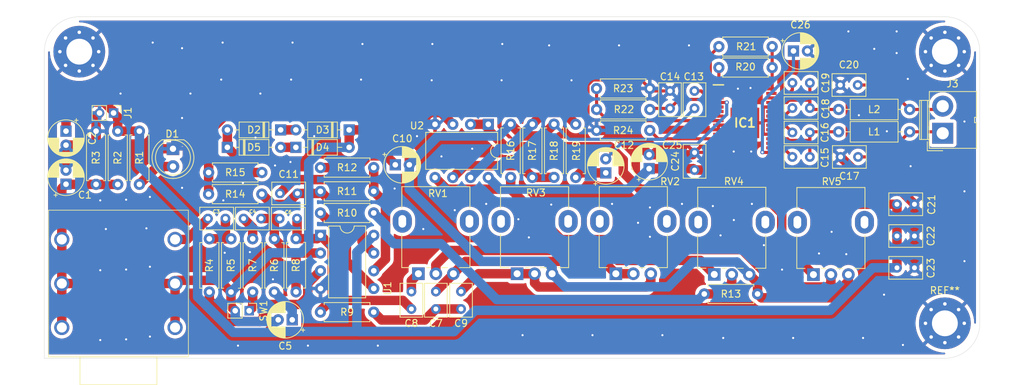
<source format=kicad_pcb>
(kicad_pcb (version 20240108) (generator "pcbnew") (generator_version "8.0")
  (layers (0 "F.Cu" signal) (31 "B.Cu" signal) (34 "B.Paste" user) (35 "F.Paste" user) (36 "B.SilkS" user "B.Silkscreen") (37 "F.SilkS" user "F.Silkscreen") (38 "B.Mask" user) (39 "F.Mask" user) (44 "Edge.Cuts" user))
  (net 0 "")
  (net 1 "GND")
  (net 2 "+4.5V")
  (net 3 "+9V")
  (net 4 "Net-(C3-Pad2)")
  (net 5 "Net-(C3-Pad1)")
  (net 6 "Net-(C4-Pad1)")
  (net 7 "Net-(U1A--)")
  (net 8 "Net-(C5-Pad1)")
  (net 9 "Net-(C6-Pad2)")
  (net 10 "Net-(C7-Pad1)")
  (net 11 "Net-(C7-Pad2)")
  (net 12 "Net-(C8-Pad2)")
  (net 13 "Net-(C9-Pad2)")
  (net 14 "Net-(C10-Pad1)")
  (net 15 "Net-(C11-Pad2)")
  (net 16 "Net-(U1B--)")
  (net 17 "Net-(IC1-RINP)")
  (net 18 "Net-(C12-Pad1)")
  (net 19 "Net-(IC1-RINN)")
  (net 20 "Net-(IC1-GVDD)")
  (net 21 "Net-(IC1-BSNL)")
  (net 22 "Net-(IC1-OUTNL)")
  (net 23 "Net-(IC1-BSPL)")
  (net 24 "Net-(J3-Pin_1)")
  (net 25 "Net-(IC1-OUTNR)")
  (net 26 "Net-(IC1-BSNR)")
  (net 27 "Net-(IC1-BSPR)")
  (net 28 "Net-(J3-Pin_2)")
  (net 29 "Net-(D1-A)")
  (net 30 "Net-(D2-A)")
  (net 31 "Net-(D2-K)")
  (net 32 "Net-(D4-K)")
  (net 33 "Net-(IC1-GAIN{slash}SLV)")
  (net 34 "Net-(IC1-PVCC_3)")
  (net 36 "Net-(IC1-MUTE)")
  (net 37 "Net-(IC1-MODSEL)")
  (net 38 "Net-(IC1-SDZ)")
  (net 40 "Net-(U1A-+)")
  (net 41 "Net-(SW1-A)")
  (net 42 "Net-(R10-Pad2)")
  (net 43 "Net-(U1B-+)")
  (net 44 "Net-(U2A-+)")
  (net 45 "Net-(U2B-+)")
  (net 46 "Net-(R17-Pad2)")
  (net 47 "Net-(U2B--)")
  (net 48 "Net-(RV1-Pad2)")
  (net 49 "Net-(U2A--)")
  (footprint "Potentiometer_THT:Potentiometer_Alpha_RD901F-40-00D_Single_Vertical" (layer "F.Cu") (at 178.105 112.49 90)
    (property "Reference" "RV4")
    (property "Value" "500kΩ")
  )
  (footprint "Resistor_THT:R_Axial_DIN0207_L6.3mm_D2.5mm_P7.62mm_Horizontal" (layer "F.Cu") (at 168.883 91.865 180)
    (property "Reference" "R24")
    (property "Value" "100kΩ")
  )
  (footprint "Resistor_THT:R_Axial_DIN0207_L6.3mm_D2.5mm_P7.62mm_Horizontal" (layer "F.Cu") (at 158.285 90.98 -90)
    (property "Reference" "R19")
    (property "Value" "220Ω")
  )
  (footprint "Resistor_THT:R_Axial_DIN0207_L6.3mm_D2.5mm_P7.62mm_Horizontal" (layer "F.Cu") (at 178.763 82.865)
    (property "Reference" "R20")
    (property "Value" "100kΩ")
  )
  (footprint "Resistor_THT:R_Axial_DIN0207_L6.3mm_D2.5mm_P7.62mm_Horizontal" (layer "F.Cu") (at 161.263 85.865)
    (property "Reference" "R23")
    (property "Value" "75kΩ")
  )
  (footprint "Capacitor_THT:C_Rect_L4.6mm_W3.0mm_P2.50mm_MKS02_FKP02" (layer "F.Cu") (at 138.285 117.44 90)
    (property "Reference" "C7")
    (property "Value" "220nF")
  )
  (footprint "Capacitor_THT:C_Rect_L4.6mm_W3.0mm_P2.50mm_MKS02_FKP02" (layer "F.Cu") (at 175.273 88.715 90)
    (property "Reference" "C13")
    (property "Value" "1µF")
  )
  (footprint "Capacitor_THT:CP_Radial_D5.0mm_P2.00mm" (layer "F.Cu") (at 189.429888 80.49)
    (property "Reference" "C26")
    (property "Value" "220µF")
  )
  (footprint "Resistor_THT:R_Axial_DIN0207_L6.3mm_D2.5mm_P7.62mm_Horizontal" (layer "F.Cu") (at 129.395 117.89 180)
    (property "Reference" "R9")
    (property "Value" "33kΩ")
  )
  (footprint "Resistor_THT:R_Axial_DIN0207_L6.3mm_D2.5mm_P7.62mm_Horizontal" (layer "F.Cu") (at 168.893 88.865 180)
    (property "Reference" "R22")
    (property "Value" "47kΩ")
  )
  (footprint "Capacitor_THT:CP_Radial_D5.0mm_P2.00mm" (layer "F.Cu") (at 117.740113 118.99 180)
    (property "Reference" "C5")
    (property "Value" "1µF")
  )
  (footprint "Capacitor_THT:C_Rect_L4.6mm_W3.0mm_P2.50mm_MKS02_FKP02" (layer "F.Cu") (at 204.235 102.44)
    (property "Reference" "C21")
    (property "Value" "1nF")
  )
  (footprint "Connector_PinHeader_2.00mm:PinHeader_1x02_P2.00mm_Vertical" (layer "F.Cu") (at 111.585 117.69 -90)
    (property "Reference" "SW1")
    (property "Value" "SW_SPST")
  )
  (footprint "Resistor_THT:R_Axial_DIN0207_L6.3mm_D2.5mm_P7.62mm_Horizontal" (layer "F.Cu") (at 176.675 115.29)
    (property "Reference" "R13")
    (property "Value" "1MΩ")
  )
  (footprint "MountingHole:MountingHole_3.7mm_Pad_Via" (layer "F.Cu") (at 211.085 119.49)
    (property "Reference" "REF**")
    (property "Value" "MountingHole_3.7mm_Pad_Via")
  )
  (footprint "Resistor_THT:R_Axial_DIN0207_L6.3mm_D2.5mm_P7.62mm_Horizontal" (layer "F.Cu") (at 121.775 103.69)
    (property "Reference" "R10")
    (property "Value" "1kΩ")
  )
  (footprint "Resistor_THT:R_Axial_DIN0207_L6.3mm_D2.5mm_P7.62mm_Horizontal" (layer "F.Cu") (at 89.685 99.59 90)
    (property "Reference" "R3")
    (property "Value" "1kΩ")
  )
  (footprint "footprints:PJ-644C" (layer "F.Cu") (at 100.9846 107.49 -90)
    (property "Reference" "J2" (hide yes))
    (property "Value" "SN49B14B" (hide yes))
  )
  (footprint "Connector_PinHeader_2.00mm:PinHeader_1x02_P2.00mm_Vertical" (layer "F.Cu") (at 92.185 89.37 -90)
    (property "Reference" "J1")
    (property "Value" "Conn_01x02_Pin")
  )
  (footprint "MountingHole:MountingHole_3.7mm_Pad_Via" (layer "F.Cu") (at 211.085 80.59)
    (property "Reference" "REF**" (hide yes))
    (property "Value" "MountingHole_3.7mm_Pad_Via")
  )
  (footprint "Potentiometer_THT:Potentiometer_Alpha_RD901F-40-00D_Single_Vertical" (layer "F.Cu") (at 135.785 112.39 90)
    (property "Reference" "RV1")
    (property "Value" "50kΩ")
  )
  (footprint "Capacitor_THT:C_Rect_L4.6mm_W3.0mm_P2.50mm_MKS02_FKP02" (layer "F.Cu") (at 115.935 104.49)
    (property "Reference" "C6")
    (property "Value" "120pF")
  )
  (footprint "Diode_THT:D_DO-35_SOD27_P7.62mm_Horizontal" (layer "F.Cu") (at 116.085 91.79 180)
    (property "Reference" "D2")
    (property "Value" "1N4148")
  )
  (footprint "Capacitor_THT:C_Rect_L4.6mm_W3.0mm_P2.50mm_MKS02_FKP02" (layer "F.Cu") (at 134.785 117.44 90)
    (property "Reference" "C8")
    (property "Value" "1nF")
  )
  (footprint "Resistor_THT:R_Axial_DIN0207_L6.3mm_D2.5mm_P7.62mm_Horizontal" (layer "F.Cu") (at 92.785 91.98 -90)
    (property "Reference" "R2")
    (property "Value" "1kΩ")
  )
  (footprint "Resistor_THT:R_Axial_DIN0207_L6.3mm_D2.5mm_P7.62mm_Horizontal" (layer "F.Cu") (at 95.885 91.97 -90)
    (property "Reference" "R1")
    (property "Value" "220Ω")
  )
  (footprint "Resistor_THT:R_Axial_DIN0207_L6.3mm_D2.5mm_P7.62mm_Horizontal" (layer "F.Cu") (at 105.785 97.89)
    (property "Reference" "R15")
    (property "Value" "220Ω")
  )
  (footprint "Resistor_THT:R_Axial_DIN0207_L6.3mm_D2.5mm_P7.62mm_Horizontal" (layer "F.Cu") (at 105.885 107.39 -90)
    (property "Reference" "R4")
    (property "Value" "1kΩ")
  )
  (footprint "Capacitor_THT:C_Rect_L4.6mm_W3.0mm_P2.50mm_MKS02_FKP02" (layer "F.Cu") (at 198.673 95.665 180)
    (property "Reference" "C17")
    (property "Value" "680nF")
  )
  (footprint "Potentiometer_THT:Potentiometer_Alpha_RD901F-40-00D_Single_Vertical" (layer "F.Cu") (at 149.905 112.39 90)
    (property "Reference" "RV3")
    (property "Value" "10kΩ")
  )
  (footprint "Potentiometer_THT:Potentiometer_Alpha_RD901F-40-00D_Single_Vertical" (layer "F.Cu") (at 192.285 112.515 90)
    (property "Reference" "RV5")
    (property "Value" "500kΩ")
  )
  (footprint "Diode_THT:D_DO-35_SOD27_P7.62mm_Horizontal" (layer "F.Cu") (at 108.465 94.29)
    (property "Reference" "D5")
    (property "Value" "1N4148")
  )
  (footprint "Capacitor_THT:C_Rect_L4.6mm_W3.0mm_P2.50mm_MKS02_FKP02" (layer "F.Cu") (at 191.773 85.065 180)
    (property "Reference" "C19")
    (property "Value" "220nF")
  )
  (footprint "Capacitor_THT:C_Rect_L4.6mm_W3.0mm_P2.50mm_MKS02_FKP02" (layer "F.Cu") (at 198.623 85.365 180)
    (property "Reference" "C20")
    (property "Value" "680nF")
  )
  (footprint "Resistor_THT:R_Axial_DIN0207_L6.3mm_D2.5mm_P7.62mm_Horizontal" (layer "F.Cu") (at 112.085 115.01 90)
    (property "Reference" "R7")
    (property "Value" "1kΩ")
  )
  (footprint "Capacitor_THT:C_Rect_L4.6mm_W3.0mm_P2.50mm_MKS02_FKP02" (layer "F.Cu") (at 141.885 117.44 90)
    (property "Reference" "C9")
    (property "Value" "100nF")
  )
  (footprint "Capacitor_THT:C_Rect_L4.6mm_W3.0mm_P2.50mm_MKS02_FKP02" (layer "F.Cu") (at 105.685 104.49)
    (property "Reference" "C3")
    (property "Value" "47nF")
  )
  (footprint "Capacitor_THT:C_Rect_L4.6mm_W3.0mm_P2.50mm_MKS02_FKP02" (layer "F.Cu") (at 191.773 95.665 180)
    (property "Reference" "C15")
    (property "Value" "220nF")
  )
  (footprint "Capacitor_THT:C_Rect_L4.6mm_W3.0mm_P2.50mm_MKS02_FKP02" (layer "F.Cu") (at 115.985 100.89)
    (property "Reference" "C11")
    (property "Value" "120pF")
  )
  (footprint "Resistor_THT:R_Axial_DIN0207_L6.3mm_D2.5mm_P7.62mm_Horizontal" (layer "F.Cu") (at 155.185 98.59 90)
    (property "Reference" "R18")
    (property "Value" "10kΩ")
  )
  (footprint "Resistor_THT:R_Axial_DIN0207_L6.3mm_D2.5mm_P7.62mm_Horizontal" (layer "F.Cu") (at 118.285 114.99 90)
    (property "Reference" "R8")
    (property "Value" "68kΩ")
  )
  (footprint "Package_DIP:DIP-8_W7.62mm" (layer "F.Cu") (at 121.785 106.89)
    (property "Reference" "U1")
    (property "Value" "OPA2134")
  )
  (footprint "Resistor_THT:R_Axial_DIN0207_L6.3mm_D2.5mm_P7.62mm_Horizontal" (layer "F.Cu") (at 148.985 98.59 90)
    (property "Reference" "R16")
    (property "Value" "100kΩ")
  )
  (footprint "Capacitor_THT:CP_Radial_D5.0mm_P2.00mm" (layer "F.Cu") (at 85.385 99.57 90)
    (property "Reference" "C1")
    (property "Value" "47µF")
  )
  (footprint "LED_THT:LED_D5.0mm_Clear" (layer "F.Cu") (at 100.685 94.495 -90)
    (property "Reference" "D1")
    (property "Value" "LED")
  )
  (footprint "Inductor_THT:L_Axial_L6.6mm_D2.7mm_P10.16mm_Horizontal_Vishay_IM-2" (layer "F.Cu") (at 195.893 92.065)
    (property "Reference" "L1")
    (property "Value" "10µH")
  )
  (footprint "Inductor_THT:L_Axial_L6.6mm_D2.7mm_P10.16mm_Horizontal_Vishay_IM-2" (layer "F.Cu") (at 195.893 88.865)
    (property "Reference" "L2")
    (property "Value" "10µH")
  )
  (footprint "Resistor_THT:R_Axial_DIN0207_L6.3mm_D2.5mm_P7.62mm_Horizontal" (layer "F.Cu") (at 121.775 100.59)
    (property "Reference" "R11")
    (property "Value" "68kΩ")
  )
  (footprint "Resistor_THT:R_Axial_DIN0207_L6.3mm_D2.5mm_P7.62mm_Horizontal" (layer "F.Cu") (at 105.775 100.99)
    (property "Reference" "R14")
    (property "Value" "4.7kΩ")
  )
  (footprint "MountingHole:MountingHole_3.7mm_Pad_Via" (layer "F.Cu") (at 87.285 80.59)
    (property "Reference" "REF**" (hide yes))
    (property "Value" "MountingHole_3.7mm_Pad_Via")
  )
  (footprint "Capacitor_THT:CP_Radial_D5.0mm_P2.00mm" (layer "F.Cu") (at 168.785 97.345112 90)
    (property "Reference" "C25")
    (property "Value" "220µF")
  )
  (footprint "Capacitor_THT:C_Rect_L4.6mm_W3.0mm_P2.50mm_MKS02_FKP02" (layer "F.Cu") (at 175.285 97.54 90)
    (property "Reference" "C24")
    (property "Value" "100nF")
  )
  (footprint "Capacitor_THT:CP_Radial_D5.0mm_P2.00mm" (layer "F.Cu") (at 85.385 91.97 -90)
    (property "Reference" "C2")
    (property "Value" "100µF")
  )
  (footprint "Resistor_THT:R_Axial_DIN0207_L6.3mm_D2.5mm_P7.62mm_Horizontal" (layer "F.Cu") (at 152.085 98.6 90)
    (property "Reference" "R17")
    (property "Value" "10kΩ")
  )
  (footprint "Capacitor_THT:C_Rect_L4.6mm_W3.0mm_P2.50mm_MKS02_FKP02" (layer "F.Cu") (at 204.235 111.54)
    (property "Reference" "C23")
    (property "Value" "100nF")
  )
  (footprint "Diode_THT:D_DO-35_SOD27_P7.62mm_Horizontal" (layer "F.Cu") (at 118.265 94.29)
    (property "Reference" "D4")
    (property "Value" "1N4148")
  )
  (footprint "Resistor_THT:R_Axial_DIN0207_L6.3mm_D2.5mm_P7.62mm_Horizontal" (layer "F.Cu") (at 129.395 97.19 180)
    (property "Reference" "R12")
    (property "Value" "4.7kΩ")
  )
  (footprint "Capacitor_THT:C_Rect_L4.6mm_W3.0mm_P2.50mm_MKS02_FKP02" (layer "F.Cu") (at 191.773 88.665 180)
    (property "Reference" "C18")
    (property "Value" "220nF")
  )
  (footprint "Resistor_THT:R_Axial_DIN0207_L6.3mm_D2.5mm_P7.62mm_Horizontal" (layer "F.Cu") (at 108.985 115.01 90)
    (property "Reference" "R5")
    (property "Value" "1MΩ")
  )
  (footprint "Connector:JWT_A3963_1x02_P3.96mm_Vertical" (layer "F.Cu") (at 210.773 92.2725 90)
    (property "Reference" "J3")
    (property "Value" "Conn_01x02_Pin")
  )
  (footprint "Potentiometer_THT:Potentiometer_Alpha_RD901F-40-00D_Single_Vertical" (layer "F.Cu") (at 164.025 112.39 90)
    (property "Reference" "RV2")
    (property "Value" "50kΩ")
  )
  (footprint "Capacitor_THT:C_Rect_L4.6mm_W3.0mm_P2.50mm_MKS02_FKP02" (layer "F.Cu") (at 191.773 92.165 180)
    (property "Reference" "C16")
    (property "Value" "220nF")
  )
  (footprint "Capacitor_THT:C_Rect_L4.6mm_W3.0mm_P2.50mm_MKS02_FKP02" (layer "F.Cu") (at 110.785 104.49)
    (property "Reference" "C4")
    (property "Value" "22nF")
  )
  (footprint "Resistor_THT:R_Axial_DIN0207_L6.3mm_D2.5mm_P7.62mm_Horizontal" (layer "F.Cu") (at 178.763 79.865)
    (property "Reference" "R21")
    (property "Value" "100kΩ")
  )
  (footprint "Diode_THT:D_DO-35_SOD27_P7.62mm_Horizontal" (layer "F.Cu") (at 125.885 91.79 180)
    (property "Reference" "D3")
    (property "Value" "1N4148")
  )
  (footprint "TPA3128:SOP65P810X120-33N" (layer "F.Cu") (at 182.485 90.79)
    (property "Reference" "IC1")
    (property "Value" "TPA3128D2DAP" (hide yes))
  )
  (footprint "Capacitor_THT:C_Rect_L4.6mm_W3.0mm_P2.50mm_MKS02_FKP02" (layer "F.Cu") (at 171.773 86.215 -90)
    (property "Reference" "C14")
    (property "Value" "1µF")
  )
  (footprint "Resistor_THT:R_Axial_DIN0207_L6.3mm_D2.5mm_P7.62mm_Horizontal" (layer "F.Cu") (at 115.185 115.01 90)
    (property "Reference" "R6")
    (property "Value" "4.7kΩ")
  )
  (footprint "Capacitor_THT:C_Rect_L4.6mm_W3.0mm_P2.50mm_MKS02_FKP02" (layer "F.Cu") (at 204.235 106.99)
    (property "Reference" "C22")
    (property "Value" "1nF")
  )
  (footprint "Package_DIP:DIP-8_W7.62mm" (layer "F.Cu") (at 145.785 90.99 -90)
    (property "Reference" "U2")
    (property "Value" "OPA2134")
  )
  (footprint "Capacitor_THT:CP_Radial_D5.0mm_P2.00mm" (layer "F.Cu") (at 132.485 96.79)
    (property "Reference" "C10")
    (property "Value" "1µF")
  )
  (footprint "Capacitor_THT:CP_Radial_D5.0mm_P2.00mm" (layer "F.Cu") (at 162.585 97.945113 90)
    (property "Reference" "C12")
    (property "Value" "2.2µF")
  )
  (gr_line (start 82.285 119.49) (end 82.285 80.59) (stroke (width 0.05)) (layer "Edge.Cuts"))
  (gr_arc (start 82.285 80.59) (mid 83.749466 77.054466) (end 87.285 75.59) (stroke (width 0.05)) (layer "Edge.Cuts"))
  (gr_line (start 87.285 124.49) (end 82.285 124.49) (stroke (width 0.05)) (layer "Edge.Cuts"))
  (gr_arc (start 211.085 75.59) (mid 214.620534 77.054466) (end 216.085 80.59) (stroke (width 0.05)) (layer "Edge.Cuts"))
  (gr_line (start 82.285 124.49) (end 82.285 119.49) (stroke (width 0.05)) (layer "Edge.Cuts"))
  (gr_line (start 87.285 75.59) (end 211.085 75.59) (stroke (width 0.05)) (layer "Edge.Cuts"))
  (gr_line (start 211.085 124.49) (end 87.285 124.49) (stroke (width 0.05)) (layer "Edge.Cuts"))
  (gr_arc (start 216.085 119.49) (mid 214.620534 123.025534) (end 211.085 124.49) (stroke (width 0.05)) (layer "Edge.Cuts"))
  (gr_line (start 216.085 80.59) (end 216.085 119.49) (stroke (width 0.05)) (layer "Edge.Cuts"))
  (segment (start 197.118 86.36) (end 196.123 85.365) (width 0.45) (layer "F.Cu") (net 1))
  (segment (start 178.697 93.715) (end 178.697 95.015) (width 0.45) (layer "F.Cu") (net 1))
  (segment (start 89.685 89.87) (end 89.685 91.97) (width 1.35) (layer "F.Cu") (net 1))
  (segment (start 90.185 89.37) (end 89.685 89.87) (width 1.35) (layer "F.Cu") (net 1))
  (segment (start 185.1105 92.415) (end 185.1105 90.465) (width 0.45) (layer "F.Cu") (net 1))
  (segment (start 168.883 85.865) (end 167.658 84.64) (width 0.45) (layer "F.Cu") (net 1))
  (segment (start 197.118 90.39) (end 197.043 90.465) (width 0.45) (layer "F.Cu") (net 1))
  (segment (start 175.31 95.015) (end 178.697 95.015) (width 0.45) (layer "F.Cu") (net 1))
  (segment (start 90.41 94.495) (end 89.685 93.77) (width 1.35) (layer "F.Cu") (net 1))
  (segment (start 174.979888 95.345112) (end 175.285 95.04) (width 1.35) (layer "F.Cu") (net 1))
  (segment (start 184.7855 90.79) (end 185.1105 90.465) (width 0.45) (layer "F.Cu") (net 1))
  (segment (start 186.273 88.515) (end 185.1105 88.515) (width 0.45) (layer "F.Cu") (net 1))
  (segment (start 175.285 95.04) (end 175.31 95.015) (width 0.45) (layer "F.Cu") (net 1))
  (segment (start 185.1105 88.515) (end 185.1105 90.465) (width 0.45) (layer "F.Cu") (net 1))
  (segment (start 206.735 102.44) (end 204.485 100.19) (width 1.35) (layer "F.Cu") (net 1))
  (segment (start 171.773 86.215) (end 169.233 86.215) (width 0.45) (layer "F.Cu") (net 1))
  (segment (start 197.043 90.465) (end 186.273 90.465) (width 0.45) (layer "F.Cu") (net 1))
  (segment (start 160.038 90.64) (end 161.263 91.865) (width 0.45) (layer "F.Cu") (net 1))
  (segment (start 182.485 90.79) (end 182.16 91.115) (width 0.45) (layer "F.Cu") (net 1))
  (segment (start 182.16 91.115) (end 178.697 91.115) (width 0.45) (layer "F.Cu") (net 1))
  (segment (start 160.755588 84.64) (end 160.038 85.357588) (width 0.45) (layer "F.Cu") (net 1))
  (segment (start 204.485 100.19) (end 200.698 100.19) (width 1.35) (layer "F.Cu") (net 1))
  (segment (start 89.685 93.77) (end 89.685 91.97) (width 1.35) (layer "F.Cu") (net 1))
  (segment (start 185.1105 90.465) (end 186.273 90.465) (width 0.45) (layer "F.Cu") (net 1))
  (segment (start 169.233 86.215) (end 168.883 85.865) (width 0.45) (layer "F.Cu") (net 1))
  (segment (start 100.685 94.495) (end 90.41 94.495) (width 1.35) (layer "F.Cu") (net 1))
  (segment (start 161.263 91.865) (end 165.304888 91.865) (width 1.35) (layer "F.Cu") (net 1))
  (segment (start 168.785 95.345112) (end 174.979888 95.345112) (width 1.35) (layer "F.Cu") (net 1))
  (segment (start 178.697 91.115) (end 178.697 92.415) (width 0.45) (layer "F.Cu") (net 1))
  (segment (start 197.118 90.39) (end 197.118 86.36) (width 0.45) (layer "F.Cu") (net 1))
  (segment (start 200.698 100.19) (end 196.173 95.665) (width 1.35) (layer "F.Cu") (net 1))
  (segment (start 186.273 92.415) (end 185.1105 92.415) (width 0.45) (layer "F.Cu") (net 1))
  (segment (start 85.385 97.57) (end 85.385 93.97) (width 1.35) (layer "F.Cu") (net 1))
  (segment (start 89.685 93.97) (end 85.385 93.97) (width 1.35) (layer "F.Cu") (net 1))
  (segment (start 160.038 85.357588) (end 160.038 90.64) (width 0.45) (layer "F.Cu") (net 1))
  (segment (start 206.735 111.54) (end 206.735 102.44) (width 1.35) (layer "F.Cu") (net 1))
  (segment (start 89.685 91.97) (end 89.685 93.97) (width 1.35) (layer "F.Cu") (net 1))
  (segment (start 167.658 84.64) (end 160.755588 84.64) (width 0.45) (layer "F.Cu") (net 1))
  (segment (start 197.118 94.72) (end 197.118 90.39) (width 0.45) (layer "F.Cu") (net 1))
  (segment (start 196.173 95.665) (end 197.118 94.72) (width 0.45) (layer "F.Cu") (net 1))
  (segment (start 165.304888 91.865) (end 168.785 95.345112) (width 1.35) (layer "F.Cu") (net 1))
  (segment (start 182.485 90.79) (end 184.7855 90.79) (width 0.45) (layer "F.Cu") (net 1))
  (via (at 101.985 90.09) (size 0.6) (drill 0.3) (layers "F.Cu" "B.Cu") (net 1))
  (via (at 177.9 102.7) (size 0.6) (drill 0.3) (layers "F.Cu" "B.Cu") (net 1))
  (via (at 189.385 121.59) (size 0.6) (drill 0.3) (layers "F.Cu" "B.Cu") (net 1))
  (via (at 173.485 102.39) (size 0.6) (drill 0.3) (layers "F.Cu" "B.Cu") (net 1))
  (via (at 179.385 121.59) (size 0.6) (drill 0.3) (layers "F.Cu" "B.Cu") (net 1))
  (via (at 179 106.9) (size 0.6) (drill 0.3) (layers "F.Cu" "B.Cu") (net 1))
  (via (at 168.9 107.1) (size 0.6) (drill 0.3) (layers "F.Cu" "B.Cu") (net 1))
  (via (at 202.785 91.99) (size 0.6) (drill 0.3) (layers "F.Cu" "B.Cu") (net 1))
  (via (at 93.985 111.79) (size 0.6) (drill 0.3) (layers "F.Cu" "B.Cu") (net 1))
  (via (at 110.685 99.39) (size 0.6) (drill 0.3) (layers "F.Cu" "B.Cu") (net 1))
  (via (at 113.185 86.59) (size 0.6) (drill 0.3) (layers "F.Cu" "B.Cu") (net 1))
  (via (at 168.9 102.9) (size 0.6) (drill 0.3) (layers "F.Cu" "B.Cu") (net 1))
  (via (at 145.485 102.39) (size 0.6) (drill 0.3) (layers "F.Cu" "B.Cu") (net 1))
  (via (at 183.285 85.79) (size 0.6) (drill 0.3) (layers "F.Cu" "B.Cu") (net 1))
  (via (at 117.785 79.29) (size 0.6) (drill 0.3) (layers "F.Cu" "B.Cu") (net 1))
  (via (at 140.985 103.29) (size 0.6) (drill 0.3) (layers "F.Cu" "B.Cu") (net 1))
  (via (at 193.085 109.49) (size 0.6) (drill 0.3) (layers "F.Cu" "B.Cu") (net 1))
  (via (at 115.285 96.89) (size 0.6) (drill 0.3) (layers "F.Cu" "B.Cu") (net 1))
  (via (at 112.485 92.89) (size 0.6) (drill 0.3) (layers "F.Cu" "B.Cu") (net 1))
  (via (at 147.685 84.69) (size 0.6) (drill 0.3) (layers "F.Cu" "B.Cu") (net 1))
  (via (at 107.885 101.89) (size 0.6) (drill 0.3) (layers "F.Cu" "B.Cu") (net 1))
  (via (at 97.385 111.39) (size 0.6) (drill 0.3) (layers "F.Cu" "B.Cu") (net 1))
  (via (at 107.785 79.29) (size 0.6) (drill 0.3) (layers "F.Cu" "B.Cu") (net 1))
  (via (at 90.285 101.89) (size 0.6) (drill 0.3) (layers "F.Cu" "B.Cu") (net 1))
  (via (at 108.085 109.39) (size 0.6) (drill 0.3) (layers "F.Cu" "B.Cu") (net 1))
  (via (at 93.985 101.79) (size 0.6) (drill 0.3) (layers "F.Cu" "B.Cu") (net 1))
  (via (at 198.785 89.69) (size 0.6) (drill 0.3) (layers "F.Cu" "B.Cu") (net 1))
  (via (at 103.185 86.59) (size 0.6) (drill 0.3) (layers "F.Cu" "B.Cu") (net 1))
  (via (at 174.485 79.69) (size 0.6) (drill 0.3) (layers "F.Cu" "B.Cu") (net 1))
  (via (at 183.485 102.39) (size 0.6) (drill 0.3) (layers "F.Cu" "B.Cu") (net 1))
  (via (at 109.985 122.69) (size 0.6) (drill 0.3) (layers "F.Cu" "B.Cu") (net 1))
  (via (at 181.485 85.89) (size 0.6) (drill 0.3) (layers "F.Cu" "B.Cu") (net 1))
  (via (at 185.2 108.3) (size 0.6) (drill 0.3) (layers "F.Cu" "B.Cu") (net 1))
  (via (at 150.685 121.19) (size 0.6) (drill 0.3) (layers "F.Cu" "B.Cu") (net 1))
  (via (at 136.485 105.99) (size 0.6) (drill 0.3) (layers "F.Cu" "B.Cu") (net 1))
  (via (at 200.985 80.19) (size 0.6) (drill 0.3) (layers "F.Cu" "B.Cu") (net 1))
  (via (at 137.785 79.49) (size 0.6) (drill 0.3) (layers "F.Cu" "B.Cu") (net 1))
  (via (at 204.185 77.69) (size 0.6) (drill 0.3) (layers "F.Cu" "B.Cu") (net 1))
  (via (at 129.985 122.69) (size 0.6) (drill 0.3) (layers "F.Cu" "B.Cu") (net 1))
  (via (at 97.785 79.29) (size 0.6) (drill 0.3) (layers "F.Cu" "B.Cu") (net 1))
  (via (at 90.285 121.89) (size 0.6) (drill 0.3) (layers "F.Cu" "B.Cu") (net 1))
  (via (at 204.185 80.79) (size 0.6) (drill 0.3) (layers "F.Cu" "B.Cu") (net 1))
  (via (at 139.085 95.59) (size 0.6) (drill 0.3) (layers "F.Cu" "B.Cu") (net 1))
  (via (at 132.385 100.19) (size 0.6) (drill 0.3) (layers "F.Cu" "B.Cu") (net 1))
  (via (at 96.885 105.89) (size 0.6) (drill 0.3) (layers "F.Cu" "B.Cu") (net 1))
  (via (at 97.385 101.39) (size 0.6) (drill 0.3) (layers "F.Cu" "B.Cu") (net 1))
  (via (at 93.185 86.59) (size 0.6) (drill 0.3) (layers "F.Cu" "B.Cu") (net 1))
  (via (at 197.285 77.69) (size 0.6) (drill 0.3) (layers "F.Cu" "B.Cu") (net 1))
  (via (at 167.2 105.1) (size 0.6) (drill 0.3) (layers "F.Cu" "B.Cu") (net 1))
  (via (at 147.785 79.49) (size 0.6) (drill 0.3) (layers "F.Cu" "B.Cu") (net 1))
  (via (at 111.685 109.29) (size 0.6) (drill 0.3) (layers "F.Cu" "B.Cu") (net 1))
  (via (at 150.085 104.59) (size 0.6) (drill 0.3) (layers "F.Cu" "B.Cu") (net 1))
  (via (at 213.885 100.59) (size 0.6) (drill 0.3) (layers "F.Cu" "B.Cu") (net 1))
  (via (at 127.585 84.59) (size 0.6) (drill 0.3) (layers "F.Cu" "B.Cu") (net 1))
  (via (at 97.385 121.39) (size 0.6) (drill 0.3) (layers "F.Cu" "B.Cu") (net 1))
  (via (at 137.685 84.69) (size 0.6) (drill 0.3) (layers "F.Cu" "B.Cu") (net 1))
  (via (at 101.985 80.09) (size 0.6) (drill 0.3) (layers "F.Cu" "B.Cu") (net 1))
  (via (at 213.885 90.59) (size 0.6) (drill 0.3) (layers "F.Cu" "B.Cu") (net 1))
  (via (at 205.085 122.59) (size 0.6) (drill 0.3) (layers "F.Cu" "B.Cu") (net 1))
  (via (at 127.785 79.49) (size 0.6) (drill 0.3) (layers "F.Cu" "B.Cu") (net 1))
  (via (at 154.485 79.69) (size 0.6) (drill 0.3) (layers "F.Cu" "B.Cu") (net 1))
  (via (at 91.085 105.99) (size 0.6) (drill 0.3) (layers "F.Cu" "B.Cu") (net 1))
  (via (at 143.485 94.49) (size 0.6) (drill 0.3) (layers "F.Cu" "B.Cu") (net 1))
  (via (at 170.685 121.19) (size 0.6) (drill 0.3) (layers "F.Cu" "B.Cu") (net 1))
  (via (at 160.685 121.19) (size 0.6) (drill 0.3) (layers "F.Cu" "B.Cu") (net 1))
  (via (at 164.485 79.69) (size 0.6) (drill 0.3) (layers "F.Cu" "B.Cu") (net 1))
  (via (at 90.285 111.89) (size 0.6) (drill 0.3) (layers "F.Cu" "B.Cu") (net 1))
  (via (at 180.9 104.7) (size 0.6) (drill 0.3) (layers "F.Cu" "B.Cu") (net 1))
  (via (at 157.685 84.69) (size 0.6) (drill 0.3) (layers "F.Cu" "B.Cu") (net 1))
  (via (at 93.985 121.79) (size 0.6) (drill 0.3) (layers "F.Cu" "B.Cu") (net 1))
  (via (at 107.585 84.59) (size 0.6) (drill 0.3) (layers "F.Cu" "B.Cu") (net 1))
  (via (at 114.985 113.19) (size 0.6) (drill 0.3) (layers "F.Cu" "B.Cu") (net 1))
  (via (at 194.885 106.39) (size 0.6) (drill 0.3) (layers "F.Cu" "B.Cu") (net 1))
  (via (at 180.885 94.89) (size 0.6) (drill 0.3) (layers "F.Cu" "B.Cu") (net 1))
  (via (at 196.985 109.59) (size 0.6) (drill 0.3) (layers "F.Cu" "B.Cu") (net 1))
  (via (at 213.885 110.59) (size 0.6) (drill 0.3) (layers "F.Cu" "B.Cu") (net 1))
  (via (at 154.785 102.49) (size 0.6) (drill 0.3) (layers "F.Cu" "B.Cu") (net 1))
  (via (at 163.485 102.39) (size 0.6) (drill 0.3) (layers "F.Cu" "B.Cu") (net 1))
  (via (at 199.385 121.59) (size 0.6) (drill 0.3) (layers "F.Cu" "B.Cu") (net 1))
  (via (at 205.785 84.49) (size 0.6) (drill 0.3) (layers "F.Cu" "B.Cu") (net 1))
  (via (at 117.585 84.59) (size 0.6) (drill 0.3) (layers "F.Cu" "B.Cu") (net 1))
  (via (at 117.485 96.39) (size 0.6) (drill 0.3) (layers "F.Cu" "B.Cu") (net 1))
  (via (at 187.8 111.8) (size 0.6) (drill 0.3) (layers "F.Cu" "B.Cu") (net 1))
  (via (at 151.585 107.19) (size 0.6) (drill 0.3) (layers "F.Cu" "B.Cu") (net 1))
  (via (at 119.985 122.69) (size 0.6) (drill 0.3) (layers "F.Cu" "B.Cu") (net 1))
  (via (at 120.885 92.69) (size 0.6) (drill 0.3) (layers "F.Cu" "B.Cu") (net 1))
  (via (at 135.585 92.69) (size 0.6) (drill 0.3) (layers "F.Cu" "B.Cu") (net 1))
  (via (at 101.985 100.09) (size 0.6) (drill 0.3) (layers "F.Cu" "B.Cu") (net 1))
  (via (at 202.385 115.39) (size 0.6) (drill 0.3) (layers "F.Cu" "B.Cu") (net 1))
  (via (at 206.185 96.99) (size 0.6) (drill 0.3) (layers "F.Cu" "B.Cu") (net 1))
  (via (at 183.385 94.89) (size 0.6) (drill 0.3) (layers "F.Cu" "B.Cu") (net 1))
  (segment (start 196.123 85.183112) (end 196.123 85.365) (width 0.45) (layer "B.Cu") (net 1))
  (segment (start 100.685 94.495) (end 105.29 89.89) (width 1.35) (layer "B.Cu") (net 1))
  (segment (start 128.435 90.99) (end 138.165 90.99) (width 1.35) (layer "B.Cu") (net 1))
  (segment (start 139.93 89.745) (end 159.143 89.745) (width 0.45) (layer "B.Cu") (net 1))
  (segment (start 191.429888 80.49) (end 196.123 85.183112) (width 0.45) (layer "B.Cu") (net 1))
  (segment (start 125.066192 111.228808) (end 125.066192 98.008808) (width 1.35) (layer "B.Cu") (net 1))
  (segment (start 138.685 90.99) (end 139.93 89.745) (width 0.45) (layer "B.Cu") (net 1))
  (segment (start 125.066192 98.008808) (end 128.435 94.64) (width 1.35) (layer "B.Cu") (net 1))
  (segment (start 121.785 114.51) (end 125.066192 111.228808) (width 1.35) (layer "B.Cu") (net 1))
  (segment (start 159.143 89.745) (end 161.263 91.865) (width 0.45) (layer "B.Cu") (net 1))
  (segment (start 128.435 94.64) (end 128.435 90.99) (width 1.35) (layer "B.Cu") (net 1))
  (segment (start 138.165 90.99) (end 138.685 90.99) (width 0.45) (layer "B.Cu") (net 1))
  (segment (start 127.335 89.89) (end 128.435 90.99) (width 1.35) (layer "B.Cu") (net 1))
  (segment (start 105.29 89.89) (end 127.335 89.89) (width 1.35) (layer "B.Cu") (net 1))
  (segment (start 92.785 99.6) (end 89.695 99.6) (width 1.35) (layer "F.Cu") (net 2))
  (segment (start 130.835 91.79) (end 125.885 91.79) (width 1.35) (layer "F.Cu") (net 2))
  (segment (start 184.295 115.29) (end 184.295 113.68) (width 1.35) (layer "F.Cu") (net 2))
  (segment (start 108.985 117.09) (end 109.585 117.69) (width 1.35) (layer "F.Cu") (net 2))
  (segment (start 125.885 94.29) (end 125.885 91.79) (width 1.35) (layer "F.Cu") (net 2))
  (segment (start 89.695 99.6) (end 89.685 99.59) (width 1.35) (layer "F.Cu") (net 2))
  (segment (start 85.405 99.59) (end 85.385 99.57) (width 1.35) (layer "F.Cu") (net 2))
  (segment (start 153.5 92.655) (end 150.67 92.655) (width 1.35) (layer "F.Cu") (net 2))
  (segment (start 89.685 99.59) (end 85.405 99.59) (width 1.35) (layer "F.Cu") (net 2))
  (segment (start 134.485 95.44) (end 130.835 91.79) (width 1.35) (layer "F.Cu") (net 2))
  (segment (start 84.7846 113.79) (end 100.9848 113.79) (width 1.35) (layer "F.Cu") (net 2))
  (segment (start 184.295 113.68) (end 183.105 112.49) (width 1.35) (layer "F.Cu") (net 2))
  (segment (start 184.845 115.84) (end 194.924824 115.84) (width 1.35) (layer "F.Cu") (net 2))
  (segment (start 155.185 90.97) (end 153.5 92.655) (width 1.35) (layer "F.Cu") (net 2))
  (segment (start 194.924824 115.84) (end 197.285 113.479824) (width 1.35) (layer "F.Cu") (net 2))
  (segment (start 84.7846 107.48) (end 84.7846 100.1704) (width 1.35) (layer "F.Cu") (net 2))
  (segment (start 84.7846 100.1704) (end 85.385 99.57) (width 1.35) (layer "F.Cu") (net 2))
  (segment (start 108.985 115.01) (end 108.985 117.09) (width 1.35) (layer "F.Cu") (net 2))
  (segment (start 150.67 92.655) (end 148.985 90.97) (width 1.35) (layer "F.Cu") (net 2))
  (segment (start 84.7846 120.09) (end 84.7846 107.48) (width 1.35) (layer "F.Cu") (net 2))
  (segment (start 100.9848 113.79) (end 101.4398 113.335) (width 1.35) (layer "F.Cu") (net 2))
  (segment (start 197.285 113.479824) (end 197.285 112.515) (width 1.35) (layer "F.Cu") (net 2))
  (segment (start 100.9848 113.79) (end 100.9848 120.0898) (width 1.35) (layer "F.Cu") (net 2))
  (segment (start 184.295 115.29) (end 184.845 115.84) (width 1.35) (layer "F.Cu") (net 2))
  (segment (start 107.31 113.335) (end 108.985 115.01) (width 1.35) (layer "F.Cu") (net 2))
  (segment (start 134.485 96.79) (end 134.485 95.44) (width 1.35) (layer "F.Cu") (net 2))
  (segment (start 100.9848 120.0898) (end 100.985 120.09) (width 1.35) (layer "F.Cu") (net 2))
  (segment (start 101.4398 113.335) (end 107.31 113.335) (width 1.35) (layer "F.Cu") (net 2))
  (segment (start 155.185 90.97) (end 157.355 93.14) (width 0.45) (layer "B.Cu") (net 2))
  (segment (start 157.355 93.14) (end 170.848 93.14) (width 0.45) (layer "B.Cu") (net 2))
  (segment (start 120.1 96.475) (end 122.285 94.29) (width 1.35) (layer "B.Cu") (net 2))
  (segment (start 115.490113 119.24) (end 115.740113 118.99) (width 1.35) (layer "B.Cu") (net 2))
  (segment (start 138.61 92.665) (end 134.485 96.79) (width 1.35) (layer "B.Cu") (net 2))
  (segment (start 171.51 114.265) (end 156.78 114.265) (width 1.35) (layer "B.Cu") (net 2))
  (segment (start 175.06 110.715) (end 171.51 114.265) (width 1.35) (layer "B.Cu") (net 2))
  (segment (start 134.485 100.29) (end 144.81 110.615) (width 1.35) (layer "B.Cu") (net 2))
  (segment (start 114.605 109.39) (end 118.985 109.39) (width 1.35) (layer "B.Cu") (net 2))
  (segment (start 108.985 115.01) (end 114.605 109.39) (width 1.35) (layer "B.Cu") (net 2))
  (segment (start 154.905 111.51) (end 154.905 112.39) (width 1.35) (layer "B.Cu") (net 2))
  (segment (start 109.585 117.69) (end 109.585 118.79) (width 1.35) (layer "B.Cu") (net 2))
  (segment (start 154.01 110.615) (end 154.905 111.51) (width 1.35) (layer "B.Cu") (net 2))
  (segment (start 183.105 112.47977) (end 181.34023 110.715) (width 1.35) (layer "B.Cu") (net 2))
  (segment (start 109.585 118.79) (end 110.035 119.24) (width 1.35) (layer "B.Cu") (net 2))
  (segment (start 148.985 90.97) (end 147.29 92.665) (width 1.35) (layer "B.Cu") (net 2))
  (segment (start 134.485 96.79) (end 134.485 100.29) (width 1.35) (layer "B.Cu") (net 2))
  (segment (start 118.985 109.39) (end 120.1 108.275) (width 1.35) (layer "B.Cu") (net 2))
  (segment (start 144.81 110.615) (end 154.01 110.615) (width 1.35) (layer "B.Cu") (net 2))
  (segment (start 110.035 119.24) (end 115.490113 119.24) (width 1.35) (layer "B.Cu") (net 2))
  (segment (start 122.285 94.29) (end 125.885 94.29) (width 1.35) (layer "B.Cu") (net 2))
  (segment (start 170.848 93.14) (end 175.273 88.715) (width 0.45) (layer "B.Cu") (net 2))
  (segment (start 156.78 114.265) (end 154.905 112.39) (width 1.35) (layer "B.Cu") (net 2))
  (segment (start 181.34023 110.715) (end 175.06 110.715) (width 1.35) (layer "B.Cu") (net 2))
  (segment (start 120.1 108.275) (end 120.1 96.475) (width 1.35) (layer "B.Cu") (net 2))
  (segment (start 147.29 92.665) (end 138.61 92.665) (width 1.35) (layer "B.Cu") (net 2))
  (segment (start 183.105 112.49) (end 183.105 112.47977) (width 1.35) (layer "B.Cu") (net 2))
  (segment (start 92.785 89.97) (end 92.185 89.37) (width 1.35) (layer "F.Cu") (net 3))
  (segment (start 186.273 95.015) (end 185.01 95.015) (width 0.45) (layer "F.Cu") (net 3))
  (segment (start 87.535 87.82) (end 85.385 89.97) (width 1.35) (layer "F.Cu") (net 3))
  (segment (start 92.185 89.177968) (end 90.827032 87.82) (width 1.35) (layer "F.Cu") (net 3))
  (segment (start 92.795 91.97) (end 92.785 91.98) (width 1.35) (layer "F.Cu") (net 3))
  (segment (start 92.785 91.98) (end 92.785 89.97) (width 1.35) (layer "F.Cu") (net 3))
  (segment (start 186.273 94.365) (end 186.273 95.665) (width 0.45) (layer "F.Cu") (net 3))
  (segment (start 175.090112 97.345112) (end 175.285 97.54) (width 1.35) (layer "F.Cu") (net 3))
  (segment (start 204.235 111.54) (end 204.235 102.44) (width 1.35) (layer "F.Cu") (net 3))
  (segment (start 185.01 95.015) (end 184.985 94.99) (width 0.45) (layer "F.Cu") (net 3))
  (segment (start 186.273 97.54) (end 186.273 95.015) (width 0.45) (layer "F.Cu") (net 3))
  (segment (start 95.885 91.97) (end 92.795 91.97) (width 1.35) (layer "F.Cu") (net 3))
  (segment (start 186.273 97.978) (end 186.273 95.665) (width 1.35) (layer "F.Cu") (net 3))
  (segment (start 175.285 97.54) (end 186.273 97.54) (width 1.35) (layer "F.Cu") (net 3))
  (segment (start 204.235 102.44) (end 190.735 102.44) (width 1.35) (layer "F.Cu") (net 3))
  (segment (start 85.385 89.97) (end 85.385 91.97) (width 1.35) (layer "F.Cu") (net 3))
  (segment (start 168.785 97.345112) (end 175.090112 97.345112) (width 1.35) (layer "F.Cu") (net 3))
  (segment (start 90.827032 87.82) (end 87.535 87.82) (width 1.35) (layer "F.Cu") (net 3))
  (segment (start 92.185 89.37) (end 92.185 89.177968) (width 1.35) (layer "F.Cu") (net 3))
  (segment (start 190.735 102.44) (end 186.273 97.978) (width 1.35) (layer "F.Cu") (net 3))
  (via (at 184.985 94.99) (size 0.6) (drill 0.3) (layers "F.Cu" "B.Cu") (net 3))
  (segment (start 184.985 94.99) (end 184.985 87.762009) (width 0.45) (layer "B.Cu") (net 3))
  (segment (start 145.785 98.61) (end 147.45 100.275) (width 1.35) (layer "B.Cu") (net 3))
  (segment (start 140.76 120.665) (end 140.887387 120.665) (width 1.35) (layer "B.Cu") (net 3))
  (segment (start 126.985 109.31) (end 129.405 106.89) (width 1.35) (layer "B.Cu") (net 3))
  (segment (start 127.36 120.665) (end 126.985 120.29) (width 1.35) (layer "B.Cu") (net 3))
  (segment (start 116.257144 120.665) (end 140.76 120.665) (width 1.35) (layer "B.Cu") (net 3))
  (segment (start 109.296192 120.79) (end 116.132144 120.79) (width 1.35) (layer "B.Cu") (net 3))
  (segment (start 165.855112 100.275) (end 168.785 97.345112) (width 1.35) (layer "B.Cu") (net 3))
  (segment (start 140.76 120.665) (end 127.36 120.665) (width 1.35) (layer "B.Cu") (net 3))
  (segment (start 200.77023 111.54) (end 204.235 111.54) (width 1.35) (layer "B.Cu") (net 3))
  (segment (start 194.670231 117.639999) (end 200.77023 111.54) (width 1.35) (layer "B.Cu") (net 3))
  (segment (start 143.912388 117.639999) (end 194.670231 117.639999) (width 1.35) (layer "B.Cu") (net 3))
  (segment (start 104.21 105.242387) (end 104.21 115.703808) (width 1.35) (layer "B.Cu") (net 3))
  (segment (start 95.885 96.917387) (end 104.21 105.242387) (width 1.35) (layer "B.Cu") (net 3))
  (segment (start 116.132144 120.79) (end 116.257144 120.665) (width 1.35) (layer "B.Cu") (net 3))
  (segment (start 140.887387 120.665) (end 143.912388 117.639999) (width 1.35) (layer "B.Cu") (net 3))
  (segment (start 147.45 100.275) (end 165.855112 100.275) (width 1.35) (layer "B.Cu") (net 3))
  (segment (start 95.885 91.97) (end 95.885 96.917387) (width 1.35) (layer "B.Cu") (net 3))
  (segment (start 104.21 115.703808) (end 109.296192 120.79) (width 1.35) (layer "B.Cu") (net 3))
  (segment (start 184.985 87.762009) (end 189.429888 83.317121) (width 0.45) (layer "B.Cu") (net 3))
  (segment (start 126.985 120.29) (end 126.985 109.31) (width 1.35) (layer "B.Cu") (net 3))
  (segment (start 189.429888 83.317121) (end 189.429888 80.49) (width 0.45) (layer "B.Cu") (net 3))
  (segment (start 108.185 104.49) (end 108.185 107.39) (width 1.35) (layer "F.Cu") (net 4))
  (segment (start 105.885 107.39) (end 108.985 107.39) (width 1.35) (layer "F.Cu") (net 4))
  (segment (start 100.9846 107.48) (end 102.695 107.48) (width 1.35) (layer "F.Cu") (net 5))
  (segment (start 102.695 107.48) (end 105.685 104.49) (width 1.35) (layer "F.Cu") (net 5))
  (segment (start 112.085 107.39) (end 112.085 105.79) (width 1.35) (layer "F.Cu") (net 6))
  (segment (start 112.085 105.79) (end 110.785 104.49) (width 1.35) (layer "F.Cu") (net 6))
  (segment (start 118.325 109.43) (end 118.285 109.47) (width 1.35) (layer "F.Cu") (net 7))
  (segment (start 115.185 104.49) (end 115.935 104.49) (width 1.35) (layer "F.Cu") (net 7))
  (segment (start 115.185 107.39) (end 117.225 109.43) (width 1.35) (layer "F.Cu") (net 7))
  (segment (start 113.285 104.49) (end 115.185 104.49) (width 1.35) (layer "F.Cu") (net 7))
  (segment (start 115.185 107.39) (end 115.185 104.49) (width 1.35) (layer "F.Cu") (net 7))
  (segment (start 118.285 109.47) (end 118.285 114.99) (width 1.35) (layer "F.Cu") (net 7))
  (segment (start 121.785 109.43) (end 118.325 109.43) (width 1.35) (layer "F.Cu") (net 7))
  (segment (start 117.225 109.43) (end 118.325 109.43) (width 1.35) (layer "F.Cu") (net 7))
  (segment (start 117.740113 117.565113) (end 117.740113 118.99) (width 1.35) (layer "B.Cu") (net 8))
  (segment (start 115.185 115.01) (end 117.740113 117.565113) (width 1.35) (layer "B.Cu") (net 8))
  (segment (start 118.435 107.22) (end 118.285 107.37) (width 1.35) (layer "F.Cu") (net 9))
  (segment (start 123.46 108.565) (end 123.46 116.005) (width 1.35) (layer "F.Cu") (net 9))
  (segment (start 121.305 107.37) (end 121.785 106.89) (width 1.35) (layer "F.Cu") (net 9))
  (segment (start 121.785 106.89) (end 123.46 108.565) (width 1.35) (layer "F.Cu") (net 9))
  (segment (start 123.46 116.005) (end 121.775 117.69) (width 1.35) (layer "F.Cu") (net 9))
  (segment (start 118.435 104.49) (end 118.435 107.22) (width 1.35) (layer "F.Cu") (net 9))
  (segment (start 134.785 117.44) (end 133.56 116.215) (width 1.35) (layer "F.Cu") (net 9))
  (segment (start 123.67 116.215) (end 123.46 116.005) (width 1.35) (layer "F.Cu") (net 9))
  (segment (start 118.285 107.37) (end 121.305 107.37) (width 1.35) (layer "F.Cu") (net 9))
  (segment (start 133.56 116.215) (end 123.67 116.215) (width 1.35) (layer "F.Cu") (net 9))
  (segment (start 136.71 119.015) (end 138.285 117.44) (width 1.35) (layer "F.Cu") (net 10))
  (segment (start 130.52 119.015) (end 136.71 119.015) (width 1.35) (layer "F.Cu") (net 10))
  (segment (start 138.285 117.44) (end 141.885 117.44) (width 1.35) (layer "F.Cu") (net 10))
  (segment (start 129.395 117.89) (end 130.52 119.015) (width 1.35) (layer "F.Cu") (net 10))
  (segment (start 138.285 114.94) (end 140.785 112.44) (width 1.35) (layer "F.Cu") (net 11))
  (segment (start 142.56 110.615) (end 162.25 110.615) (width 1.35) (layer "F.Cu") (net 11))
  (segment (start 166.525 112.39) (end 164.025 112.39) (width 1.35) (layer "F.Cu") (net 11))
  (segment (start 140.785 112.39) (end 142.56 110.615) (width 1.35) (layer "F.Cu") (net 11))
  (segment (start 162.25 110.615) (end 164.025 112.39) (width 1.35) (layer "F.Cu") (net 11))
  (segment (start 140.785 112.44) (end 140.785 112.39) (width 1.35) (layer "F.Cu") (net 11))
  (segment (start 134.785 113.39) (end 135.785 112.39) (width 1.35) (layer "F.Cu") (net 12))
  (segment (start 134.785 114.94) (end 134.785 113.39) (width 1.35) (layer "F.Cu") (net 12))
  (segment (start 141.885 114.89) (end 144.385 112.39) (width 1.35) (layer "F.Cu") (net 13))
  (segment (start 152.985 114.29) (end 152.405 113.71) (width 1.35) (layer "F.Cu") (net 13))
  (segment (start 152.405 113.71) (end 152.405 112.39) (width 1.35) (layer "F.Cu") (net 13))
  (segment (start 169.025 113.662792) (end 168.397792 114.29) (width 1.35) (layer "F.Cu") (net 13))
  (segment (start 141.885 114.94) (end 141.885 114.89) (width 1.35) (layer "F.Cu") (net 13))
  (segment (start 149.905 112.39) (end 152.405 112.39) (width 1.35) (layer "F.Cu") (net 13))
  (segment (start 169.025 112.39) (end 169.025 113.662792) (width 1.35) (layer "F.Cu") (net 13))
  (segment (start 144.385 112.39) (end 149.905 112.39) (width 1.35) (layer "F.Cu") (net 13))
  (segment (start 168.397792 114.29) (end 152.985 114.29) (width 1.35) (layer "F.Cu") (net 13))
  (segment (start 126.985 97.19) (end 128.66 95.515) (width 1.35) (layer "F.Cu") (net 14))
  (segment (start 131.21 95.515) (end 132.485 96.79) (width 1.35) (layer "F.Cu") (net 14))
  (segment (start 121.775 97.19) (end 126.985 97.19) (width 1.35) (layer "F.Cu") (net 14))
  (segment (start 128.66 95.515) (end 131.21 95.515) (width 1.35) (layer "F.Cu") (net 14))
  (segment (start 114.87 102.465) (end 113.395 100.99) (width 1.35) (layer "F.Cu") (net 15))
  (segment (start 118.485 100.89) (end 116.91 102.465) (width 1.35) (layer "F.Cu") (net 15))
  (segment (start 127.73 106.545) (end 127.73 107.755) (width 1.35) (layer "F.Cu") (net 15))
  (segment (start 121.475 100.89) (end 121.775 100.59) (width 1.35) (layer "F.Cu") (net 15))
  (segment (start 127.73 107.755) (end 129.405 109.43) (width 1.35) (layer "F.Cu") (net 15))
  (segment (start 116.91 102.465) (end 114.87 102.465) (width 1.35) (layer "F.Cu") (net 15))
  (segment (start 118.485 100.89) (end 121.475 100.89) (width 1.35) (layer "F.Cu") (net 15))
  (segment (start 121.775 100.59) (end 127.73 106.545) (width 1.35) (layer "F.Cu") (net 15))
  (segment (start 131.08 102.275) (end 131.08 110.295) (width 1.35) (layer "F.Cu") (net 16))
  (segment (start 129.395 100.59) (end 131.08 102.275) (width 1.35) (layer "F.Cu") (net 16))
  (segment (start 115.985 100.89) (end 117.96 98.915) (width 1.35) (layer "F.Cu") (net 16))
  (segment (start 129.395 98.915) (end 129.395 100.59) (width 1.35) (layer "F.Cu") (net 16))
  (segment (start 117.96 98.915) (end 129.395 98.915) (width 1.35) (layer "F.Cu") (net 16))
  (segment (start 131.08 110.295) (end 129.405 111.97) (width 1.35) (layer "F.Cu") (net 16))
  (segment (start 129.395 97.19) (end 129.395 100.59) (width 1.35) (layer "F.Cu") (net 16))
  (segment (start 179.885 87.865) (end 178.697 87.865) (width 0.45) (layer "F.Cu") (net 17))
  (via (at 179.885 87.865) (size 0.6) (drill 0.3) (layers "F.Cu" "B.Cu") (net 17))
  (segment (start 175.685 93.79) (end 179.885 89.59) (width 0.45) (layer "B.Cu") (net 17))
  (segment (start 162.585 95.945113) (end 164.740113 93.79) (width 0.45) (layer "B.Cu") (net 17))
  (segment (start 164.740113 93.79) (end 175.685 93.79) (width 0.45) (layer "B.Cu") (net 17))
  (segment (start 179.885 89.59) (end 179.885 87.865) (width 0.45) (layer "B.Cu") (net 17))
  (segment (start 162.585 97.945113) (end 158.939887 97.945113) (width 1.35) (layer "F.Cu") (net 18))
  (segment (start 158.939887 97.945113) (end 158.285 98.6) (width 1.35) (layer "F.Cu") (net 18))
  (segment (start 175.273 86.215) (end 176.223 86.215) (width 0.45) (layer "F.Cu") (net 19))
  (segment (start 176.223 86.215) (end 177.5345 87.5265) (width 0.45) (layer "F.Cu") (net 19))
  (segment (start 177.5345 87.5265) (end 177.5345 88.515) (width 0.45) (layer "F.Cu") (net 19))
  (segment (start 177.5345 88.515) (end 178.697 88.515) (width 0.45) (layer "F.Cu") (net 19))
  (segment (start 176.8845 88.784239) (end 177.265261 89.165) (width 0.45) (layer "F.Cu") (net 20))
  (segment (start 177.265261 89.165) (end 178.697 89.165) (width 0.45) (layer "F.Cu") (net 20))
  (segment (start 176.332619 87.424619) (end 176.8845 87.9765) (width 0.45) (layer "F.Cu") (net 20))
  (segment (start 169.043 88.715) (end 168.893 88.865) (width 0.45) (layer "F.Cu") (net 20))
  (segment (start 173.063381 87.424619) (end 176.332619 87.424619) (width 0.45) (layer "F.Cu") (net 20))
  (segment (start 178.697 89.815) (end 178.697 89.165) (width 0.45) (layer "F.Cu") (net 20))
  (segment (start 171.773 88.715) (end 169.043 88.715) (width 0.45) (layer "F.Cu") (net 20))
  (segment (start 171.773 88.715) (end 173.063381 87.424619) (width 0.45) (layer "F.Cu") (net 20))
  (segment (start 176.8845 87.9765) (end 176.8845 88.784239) (width 0.45) (layer "F.Cu") (net 20))
  (segment (start 187.323 93.715) (end 189.273 95.665) (width 0.45) (layer "F.Cu") (net 21))
  (segment (start 186.273 93.715) (end 187.323 93.715) (width 0.45) (layer "F.Cu") (net 21))
  (segment (start 186.273 93.065) (end 187.4355 93.065) (width 0.45) (layer "F.Cu") (net 22))
  (segment (start 191.773 92.165) (end 191.773 95.665) (width 0.45) (layer "F.Cu") (net 22))
  (segment (start 191.773 93.29) (end 188.807009 93.29) (width 0.45) (layer "F.Cu") (net 22))
  (segment (start 187.4355 93.065) (end 187.4355 91.765) (width 0.45) (layer "F.Cu") (net 22))
  (segment (start 188.807009 93.29) (end 188.582009 93.065) (width 0.45) (layer "F.Cu") (net 22))
  (segment (start 188.582009 93.065) (end 187.4355 93.065) (width 0.45) (layer "F.Cu") (net 22))
  (segment (start 191.773 92.165) (end 191.773 93.29) (width 0.45) (layer "F.Cu") (net 22))
  (segment (start 187.4355 91.765) (end 186.273 91.765) (width 0.45) (layer "F.Cu") (net 22))
  (segment (start 195.893 92.065) (end 191.873 92.065) (width 0.45) (layer "F.Cu") (net 22))
  (segment (start 191.873 92.065) (end 191.773 92.165) (width 0.45) (layer "F.Cu") (net 22))
  (segment (start 186.273 91.115) (end 188.223 91.115) (width 0.45) (layer "F.Cu") (net 23))
  (segment (start 188.223 91.115) (end 189.273 92.165) (width 0.45) (layer "F.Cu") (net 23))
  (segment (start 206.053 92.065) (end 210.673 92.065) (width 0.45) (layer "F.Cu") (net 24))
  (segment (start 198.673 95.665) (end 202.453 95.665) (width 0.45) (layer "F.Cu") (net 24))
  (segment (start 202.453 95.665) (end 206.053 92.065) (width 0.45) (layer "F.Cu") (net 24))
  (segment (start 210.673 92.065) (end 210.773 92.165) (width 0.45) (layer "F.Cu") (net 24))
  (segment (start 186.273 87.865) (end 187.4355 87.865) (width 0.45) (layer "F.Cu") (net 25))
  (segment (start 188.807009 87.54) (end 188.482009 87.865) (width 0.45) (layer "F.Cu") (net 25))
  (segment (start 191.773 87.54) (end 188.807009 87.54) (width 0.45) (layer "F.Cu") (net 25))
  (segment (start 187.4355 89.165) (end 186.273 89.165) (width 0.45) (layer "F.Cu") (net 25))
  (segment (start 191.773 88.665) (end 191.773 85.065) (width 0.45) (layer "F.Cu") (net 25))
  (segment (start 188.482009 87.865) (end 187.4355 87.865) (width 0.45) (layer "F.Cu") (net 25))
  (segment (start 195.893 88.865) (end 191.973 88.865) (width 0.45) (layer "F.Cu") (net 25))
  (segment (start 191.773 88.665) (end 191.773 87.54) (width 0.45) (layer "F.Cu") (net 25))
  (segment (start 187.4355 87.865) (end 187.4355 89.165) (width 0.45) (layer "F.Cu") (net 25))
  (segment (start 191.973 88.865) (end 191.773 88.665) (width 0.45) (layer "F.Cu") (net 25))
  (segment (start 186.273 89.815) (end 188.123 89.815) (width 0.45) (layer "F.Cu") (net 26))
  (segment (start 188.123 89.815) (end 189.273 88.665) (width 0.45) (layer "F.Cu") (net 26))
  (segment (start 189.273 86.054949) (end 188.112949 87.215) (width 0.45) (layer "F.Cu") (net 27))
  (segment (start 188.112949 87.215) (end 186.273 87.215) (width 0.45) (layer "F.Cu") (net 27))
  (segment (start 189.273 85.065) (end 189.273 86.054949) (width 0.45) (layer "F.Cu") (net 27))
  (segment (start 198.623 85.365) (end 202.553 85.365) (width 0.45) (layer "F.Cu") (net 28))
  (segment (start 210.193 88.865) (end 210.773 88.285) (width 0.45) (layer "F.Cu") (net 28))
  (segment (start 206.053 88.865) (end 210.193 88.865) (width 0.45) (layer "F.Cu") (net 28))
  (segment (start 202.553 85.365) (end 206.053 88.865) (width 0.45) (layer "F.Cu") (net 28))
  (segment (start 100.685 97.035) (end 98.44 97.035) (width 1.35) (layer "F.Cu") (net 29))
  (segment (start 98.44 97.035) (end 95.885 99.59) (width 1.35) (layer "F.Cu") (net 29))
  (segment (start 113.405 97.89) (end 112.065 97.89) (width 1.35) (layer "F.Cu") (net 30))
  (segment (start 112.065 97.89) (end 108.465 94.29) (width 1.35) (layer "F.Cu") (net 30))
  (segment (start 108.465 91.79) (end 108.465 94.29) (width 1.35) (layer "F.Cu") (net 30))
  (segment (start 116.085 91.79) (end 118.265 91.79) (width 1.35) (layer "F.Cu") (net 31))
  (segment (start 118.265 94.29) (end 116.085 94.29) (width 1.35) (layer "F.Cu") (net 32))
  (segment (start 162.873 90.465) (end 161.273 88.865) (width 0.45) (layer "F.Cu") (net 33))
  (segment (start 178.697 90.465) (end 162.873 90.465) (width 0.45) (layer "F.Cu") (net 33))
  (segment (start 161.273 85.875) (end 161.263 85.865) (width 0.45) (layer "F.Cu") (net 33))
  (segment (start 161.273 88.865) (end 161.273 85.875) (width 0.45) (layer "F.Cu") (net 33))
  (segment (start 186.383 86.455) (end 186.273 86.565) (width 0.45) (layer "F.Cu") (net 34))
  (segment (start 186.383 79.865) (end 186.383 82.865) (width 0.45) (layer "F.Cu") (net 34))
  (segment (start 186.383 82.865) (end 186.383 86.455) (width 0.45) (layer "F.Cu") (net 34))
  (segment (start 170.083 93.065) (end 178.697 93.065) (width 0.45) (layer "F.Cu") (net 36))
  (segment (start 168.883 91.865) (end 170.083 93.065) (width 0.45) (layer "F.Cu") (net 36))
  (segment (start 178.763 82.865) (end 178.763 85.849) (width 0.45) (layer "F.Cu") (net 37))
  (segment (start 178.763 85.849) (end 178.697 85.915) (width 0.45) (layer "F.Cu") (net 37))
  (segment (start 177.5345 86.565) (end 177.5345 81.0935) (width 0.45) (layer "F.Cu") (net 38))
  (segment (start 177.5345 81.0935) (end 178.763 79.865) (width 0.45) (layer "F.Cu") (net 38))
  (segment (start 178.697 86.565) (end 177.5345 86.565) (width 0.45) (layer "F.Cu") (net 38))
  (segment (start 105.885 115.01) (end 105.885 116.182032) (width 1.35) (layer "F.Cu") (net 40))
  (segment (start 119.96 115.683808) (end 119.96 113.795) (width 1.35) (layer "F.Cu") (net 40))
  (segment (start 113.135 119.24) (end 113.635 118.74) (width 1.35) (layer "F.Cu") (net 40))
  (segment (start 118.853808 116.79) (end 119.96 115.683808) (width 1.35) (layer "F.Cu") (net 40))
  (segment (start 108.942968 119.24) (end 113.135 119.24) (width 1.35) (layer "F.Cu") (net 40))
  (segment (start 113.635 116.79) (end 118.853808 116.79) (width 1.35) (layer "F.Cu") (net 40))
  (segment (start 105.885 116.182032) (end 108.942968 119.24) (width 1.35) (layer "F.Cu") (net 40))
  (segment (start 119.96 113.795) (end 121.785 111.97) (width 1.35) (layer "F.Cu") (net 40))
  (segment (start 113.635 118.74) (end 113.635 116.79) (width 1.35) (layer "F.Cu") (net 40))
  (segment (start 112.085 117.19) (end 111.585 117.69) (width 1.35) (layer "F.Cu") (net 41))
  (segment (start 112.085 115.01) (end 112.085 117.19) (width 1.35) (layer "F.Cu") (net 41))
  (segment (start 180.605 113.762792) (end 180.605 112.49) (width 1.35) (layer "F.Cu") (net 42))
  (segment (start 179.077792 115.29) (end 180.605 113.762792) (width 1.35) (layer "F.Cu") (net 42))
  (segment (start 176.675 115.29) (end 179.077792 115.29) (width 1.35) (layer "F.Cu") (net 42))
  (segment (start 132.285 108.09) (end 131.08 106.885) (width 1.35) (layer "B.Cu") (net 42))
  (segment (start 131.08 106.885) (end 131.08 105.375) (width 1.35) (layer "B.Cu") (net 42))
  (segment (start 146.995229 116.089999) (end 138.99523 108.09) (width 1.35) (layer "B.Cu") (net 42))
  (segment (start 176.675 115.29) (end 175.875001 116.089999) (width 1.35) (layer "B.Cu") (net 42))
  (segment (start 131.08 105.375) (end 129.395 103.69) (width 1.35) (layer "B.Cu") (net 42))
  (segment (start 175.875001 116.089999) (end 146.995229 116.089999) (width 1.35) (layer "B.Cu") (net 42))
  (segment (start 138.99523 108.09) (end 132.285 108.09) (width 1.35) (layer "B.Cu") (net 42))
  (segment (start 121.775 103.69) (end 125.485 107.4) (width 1.35) (layer "F.Cu") (net 43))
  (segment (start 125.485 110.59) (end 129.405 114.51) (width 1.35) (layer "F.Cu") (net 43))
  (segment (start 125.485 107.4) (end 125.485 110.59) (width 1.35) (layer "F.Cu") (net 43))
  (segment (start 139.03 89.315) (end 137.471192 89.315) (width 1.35) (layer "F.Cu") (net 44))
  (segment (start 107.996192 89.89) (end 105.785 92.101192) (width 1.35) (layer "F.Cu") (net 44))
  (segment (start 136.896192 89.89) (end 107.996192 89.89) (width 1.35) (layer "F.Cu") (net 44))
  (segment (start 140.705 90.99) (end 139.03 89.315) (width 1.35) (layer "F.Cu") (net 44))
  (segment (start 137.471192 89.315) (end 136.896192 89.89) (width 1.35) (layer "F.Cu") (net 44))
  (segment (start 105.785 100.98) (end 105.775 100.99) (width 1.35) (layer "F.Cu") (net 44))
  (segment (start 105.785 92.101192) (end 105.785 97.89) (width 1.35) (layer "F.Cu") (net 44))
  (segment (start 105.785 97.89) (end 105.785 100.98) (width 1.35) (layer "F.Cu") (net 44))
  (segment (start 194.785 113.787792) (end 194.785 112.515) (width 1.35) (layer "F.Cu") (net 45))
  (segment (start 139.84 100.285) (end 138.165 98.61) (width 1.35) (layer "F.Cu") (net 45))
  (segment (start 187.41523 114.29) (end 194.282792 114.29) (width 1.35) (layer "F.Cu") (net 45))
  (segment (start 164.959064 108.94) (end 182.06523 108.94) (width 1.35) (layer "F.Cu") (net 45))
  (segment (start 148.985 98.59) (end 148.985 100.285) (width 1.35) (layer "F.Cu") (net 45))
  (segment (start 156.215 107.515) (end 163.534064 107.515) (width 1.35) (layer "F.Cu") (net 45))
  (segment (start 163.534064 107.515) (end 164.959064 108.94) (width 1.35) (layer "F.Cu") (net 45))
  (segment (start 148.985 100.285) (end 139.84 100.285) (width 1.35) (layer "F.Cu") (net 45))
  (segment (start 194.282792 114.29) (end 194.785 113.787792) (width 1.35) (layer "F.Cu") (net 45))
  (segment (start 148.985 100.285) (end 156.215 107.515) (width 1.35) (layer "F.Cu") (net 45))
  (segment (start 182.06523 108.94) (end 187.41523 114.29) (width 1.35) (layer "F.Cu") (net 45))
  (segment (start 153.77 89.295) (end 152.085 90.98) (width 1.35) (layer "F.Cu") (net 46))
  (segment (start 156.6 89.295) (end 153.77 89.295) (width 1.35) (layer "F.Cu") (net 46))
  (segment (start 158.285 90.98) (end 156.6 89.295) (width 1.35) (layer "F.Cu") (net 46))
  (segment (start 152.085 90.98) (end 152.085 90.99) (width 1.35) (layer "B.Cu") (net 46))
  (segment (start 152.085 90.99) (end 148.585 94.49) (width 1.35) (layer "B.Cu") (net 46))
  (segment (start 147.365 94.49) (end 143.245 98.61) (width 1.35) (layer "B.Cu") (net 46))
  (segment (start 148.585 94.49) (end 147.365 94.49) (width 1.35) (layer "B.Cu") (net 46))
  (segment (start 152.085 98.6) (end 150.4 96.915) (width 1.35) (layer "F.Cu") (net 47))
  (segment (start 155.185 98.59) (end 152.095 98.59) (width 1.35) (layer "F.Cu") (net 47))
  (segment (start 152.095 98.59) (end 152.085 98.6) (width 1.35) (layer "F.Cu") (net 47))
  (segment (start 142.4 96.915) (end 140.705 98.61) (width 1.35) (layer "F.Cu") (net 47))
  (segment (start 150.4 96.915) (end 142.4 96.915) (width 1.35) (layer "F.Cu") (net 47))
  (segment (start 140.337208 109.065) (end 162.892032 109.065) (width 1.35) (layer "F.Cu") (net 48))
  (segment (start 162.892032 109.065) (end 164.317032 110.49) (width 1.35) (layer "F.Cu") (net 48))
  (segment (start 138.285 111.117208) (end 140.337208 109.065) (width 1.35) (layer "F.Cu") (net 48))
  (segment (start 176.105 110.49) (end 178.105 112.49) (width 1.35) (layer "F.Cu") (net 48))
  (segment (start 164.317032 110.49) (end 176.105 110.49) (width 1.35) (layer "F.Cu") (net 48))
  (segment (start 138.285 112.39) (end 138.285 111.117208) (width 1.35) (layer "F.Cu") (net 48))
  (segment (start 187.75 107.98) (end 192.285 112.515) (width 1.35) (layer "F.Cu") (net 49))
  (segment (start 167.485 100.29) (end 184.285 100.29) (width 1.35) (layer "F.Cu") (net 49))
  (segment (start 145.785 91.79) (end 148.2 94.205) (width 1.35) (layer "F.Cu") (net 49))
  (segment (start 184.285 100.29) (end 187.75 103.755) (width 1.35) (layer "F.Cu") (net 49))
  (segment (start 187.75 103.755) (end 187.75 107.98) (width 1.35) (layer "F.Cu") (net 49))
  (segment (start 165.085 97.89) (end 167.485 100.29) (width 1.35) (layer "F.Cu") (net 49))
  (segment (start 163.213695 94.205) (end 165.085 96.076305) (width 1.35) (layer "F.Cu") (net 49))
  (segment (start 143.245 90.99) (end 145.785 90.99) (width 1.35) (layer "F.Cu") (net 49))
  (segment (start 148.2 94.205) (end 163.213695 94.205) (width 1.35) (layer "F.Cu") (net 49))
  (segment (start 145.785 90.99) (end 145.785 91.79) (width 1.35) (layer "F.Cu") (net 49))
  (segment (start 165.085 96.076305) (end 165.085 97.89) (width 1.35) (layer "F.Cu") (net 49))
  (zone (net 1) (net_name "GND") (layers "F&B.Cu") (connect_pads (clearance 0.5)) (min_thickness 0.25) (fill yes (thermal_gap 0.5) (thermal_bridge_width 0.5))
    (polygon (pts (xy 79.785 74.79) (xy 218.085 73.19) (xy 217.585 125.29) (xy 79.285 125.79)))
  )
)
</source>
